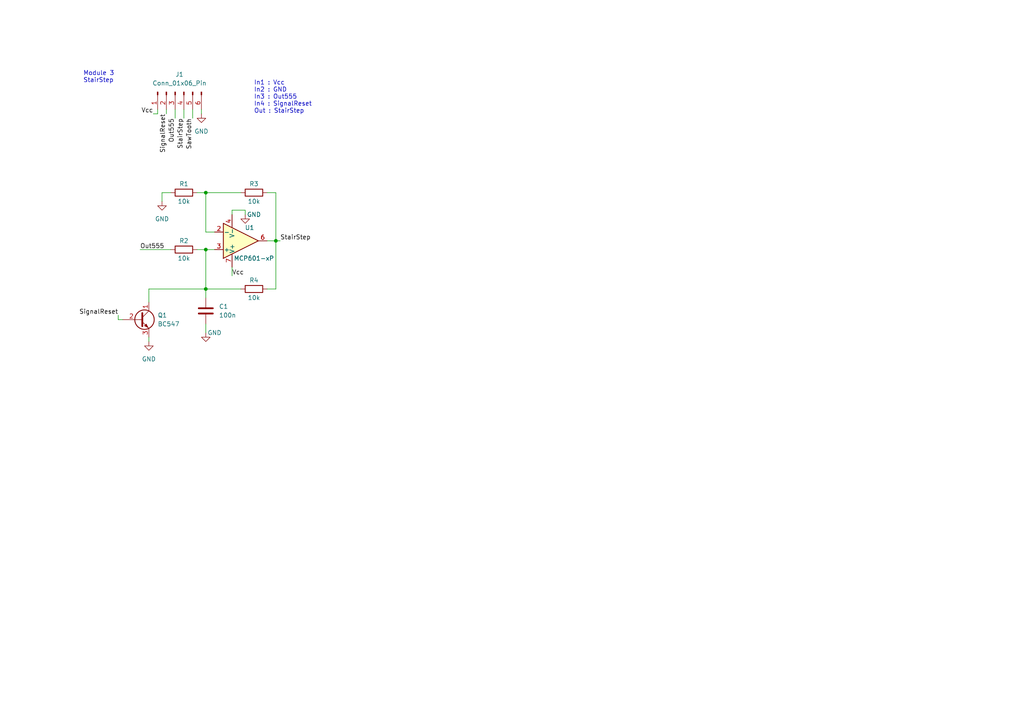
<source format=kicad_sch>
(kicad_sch (version 20230121) (generator eeschema)
  (paper "A4")
  (lib_symbols
    (symbol "Amplifier_Operational:MCP601-xP" (pin_names (offset 0.127))
      (property "Reference" "U" (at 0 6.35 0))
      (property "Value" "MCP601-xP" (at 0 3.81 0))
      (symbol "MCP601-xP_0_1"
        (polyline (pts (xy -5.08 5.08) (xy 5.08 0) (xy -5.08 -5.08) (xy -5.08 5.08)) (stroke (width 0.254)) (fill (type background)))
      )
      (symbol "MCP601-xP_1_1"
        (pin no_connect line (at -5.08 -2.54 90) (length 2.54) hide (name "NC") (number "1"))
        (pin input line (at -7.62 -2.54 0) (length 2.54) (name "-") (number "2"))
        (pin input line (at -7.62 2.54 0) (length 2.54) (name "+") (number "3"))
        (pin power_in line (at -2.54 -7.62 90) (length 3.81) (name "V-") (number "4"))
        (pin no_connect line (at -2.54 -2.54 90) (length 2.54) hide (name "NC") (number "5"))
        (pin output line (at 7.62 0 180) (length 2.54) (name "~") (number "6"))
        (pin power_in line (at -2.54 7.62 270) (length 3.81) (name "V+") (number "7"))
        (pin no_connect line (at 0 -2.54 90) (length 2.54) hide (name "NC") (number "8"))
      )
    )
    (symbol "Connector:Conn_01x06_Pin" (pin_names (offset 1.016) hide)
      (property "Reference" "J" (at 0 7.62 0))
      (property "Value" "Conn_01x06_Pin" (at 0 -10.16 0))
      (symbol "Conn_01x06_Pin_1_1"
        (polyline (pts (xy 1.27 -7.62) (xy 0.8636 -7.62)) (stroke (width 0.1524)))
        (polyline (pts (xy 1.27 -5.08) (xy 0.8636 -5.08)) (stroke (width 0.1524)))
        (polyline (pts (xy 1.27 -2.54) (xy 0.8636 -2.54)) (stroke (width 0.1524)))
        (polyline (pts (xy 1.27 0) (xy 0.8636 0)) (stroke (width 0.1524)))
        (polyline (pts (xy 1.27 2.54) (xy 0.8636 2.54)) (stroke (width 0.1524)))
        (polyline (pts (xy 1.27 5.08) (xy 0.8636 5.08)) (stroke (width 0.1524)))
        (rectangle (start 0.8636 -7.493) (end 0 -7.747) (stroke (width 0.1524)) (fill (type outline)))
        (rectangle (start 0.8636 -4.953) (end 0 -5.207) (stroke (width 0.1524)) (fill (type outline)))
        (rectangle (start 0.8636 -2.413) (end 0 -2.667) (stroke (width 0.1524)) (fill (type outline)))
        (rectangle (start 0.8636 0.127) (end 0 -0.127) (stroke (width 0.1524)) (fill (type outline)))
        (rectangle (start 0.8636 2.667) (end 0 2.413) (stroke (width 0.1524)) (fill (type outline)))
        (rectangle (start 0.8636 5.207) (end 0 4.953) (stroke (width 0.1524)) (fill (type outline)))
        (pin passive line (at 5.08 5.08 180) (length 3.81) (name "Pin_1") (number "1"))
        (pin passive line (at 5.08 2.54 180) (length 3.81) (name "Pin_2") (number "2"))
        (pin passive line (at 5.08 0 180) (length 3.81) (name "Pin_3") (number "3"))
        (pin passive line (at 5.08 -2.54 180) (length 3.81) (name "Pin_4") (number "4"))
        (pin passive line (at 5.08 -5.08 180) (length 3.81) (name "Pin_5") (number "5"))
        (pin passive line (at 5.08 -7.62 180) (length 3.81) (name "Pin_6") (number "6"))
      )
    )
    (symbol "Device:C" (pin_numbers hide) (pin_names (offset 0.254))
      (property "Reference" "C" (at 0.635 2.54 0))
      (property "Value" "C" (at 0.635 -2.54 0))
      (symbol "C_0_1"
        (polyline (pts (xy -2.032 -0.762) (xy 2.032 -0.762)) (stroke (width 0.508)))
        (polyline (pts (xy -2.032 0.762) (xy 2.032 0.762)) (stroke (width 0.508)))
      )
      (symbol "C_1_1"
        (pin passive line (at 0 3.81 270) (length 2.794) (name "~") (number "1"))
        (pin passive line (at 0 -3.81 90) (length 2.794) (name "~") (number "2"))
      )
    )
    (symbol "Device:R" (pin_numbers hide) (pin_names (offset 0))
      (property "Reference" "R" (at 2.032 0 90))
      (property "Value" "R" (at 0 0 90))
      (symbol "R_0_1"
        (rectangle (start -1.016 -2.54) (end 1.016 2.54) (stroke (width 0.254)))
      )
      (symbol "R_1_1"
        (pin passive line (at 0 3.81 270) (length 1.27) (name "~") (number "1"))
        (pin passive line (at 0 -3.81 90) (length 1.27) (name "~") (number "2"))
      )
    )
    (symbol "Transistor_BJT:BC547" (pin_names (offset 0) hide)
      (property "Reference" "Q" (at 5.08 1.905 0))
      (property "Value" "BC547" (at 5.08 0 0))
      (symbol "BC547_0_1"
        (polyline (pts (xy 0 0) (xy 0.635 0)))
        (polyline (pts (xy 0.635 0.635) (xy 2.54 2.54)))
        (polyline (pts (xy 0.635 -0.635) (xy 2.54 -2.54) (xy 2.54 -2.54)))
        (polyline (pts (xy 0.635 1.905) (xy 0.635 -1.905) (xy 0.635 -1.905)) (stroke (width 0.508)))
        (polyline (pts (xy 1.27 -1.778) (xy 1.778 -1.27) (xy 2.286 -2.286) (xy 1.27 -1.778) (xy 1.27 -1.778)) (fill (type outline)))
        (circle (center 1.27 0) (radius 2.8194) (stroke (width 0.254)))
      )
      (symbol "BC547_1_1"
        (pin passive line (at 2.54 5.08 270) (length 2.54) (name "C") (number "1"))
        (pin input line (at -5.08 0 0) (length 5.08) (name "B") (number "2"))
        (pin passive line (at 2.54 -5.08 90) (length 2.54) (name "E") (number "3"))
      )
    )
    (symbol "power:GND" (power) (pin_names (offset 0))
      (property "Value" "GND" (at 0 -3.81 0))
      (symbol "GND_0_1"
        (polyline (pts (xy 0 0) (xy 0 -1.27) (xy 1.27 -1.27) (xy 0 -2.54) (xy -1.27 -1.27) (xy 0 -1.27)))
      )
      (symbol "GND_1_1"
        (pin power_in line (at 0 0 270) (length 0) hide (name "GND") (number "1"))
      )
    )
  )
  (junction (at 59.69 55.88))
  (junction (at 59.69 72.39))
  (junction (at 59.69 83.82))
  (junction (at 80.01 69.85))
  (wire (pts (xy 77.47 69.85) (xy 80.01 69.85)))
  (wire (pts (xy 43.18 83.82) (xy 43.18 87.63)))
  (wire (pts (xy 43.18 97.79) (xy 43.18 99.06)))
  (wire (pts (xy 59.69 55.88) (xy 59.69 67.31)))
  (wire (pts (xy 55.88 31.75) (xy 55.88 34.29)))
  (wire (pts (xy 45.72 33.02) (xy 44.45 33.02)))
  (wire (pts (xy 67.31 77.47) (xy 67.31 80.01)))
  (wire (pts (xy 59.69 55.88) (xy 69.85 55.88)))
  (wire (pts (xy 48.26 31.75) (xy 48.26 33.02)))
  (wire (pts (xy 59.69 93.98) (xy 59.69 96.52)))
  (wire (pts (xy 80.01 69.85) (xy 81.28 69.85)))
  (wire (pts (xy 45.72 31.75) (xy 45.72 33.02)))
  (wire (pts (xy 59.69 72.39) (xy 59.69 83.82)))
  (wire (pts (xy 77.47 55.88) (xy 80.01 55.88)))
  (wire (pts (xy 49.53 55.88) (xy 46.99 55.88)))
  (wire (pts (xy 62.23 67.31) (xy 59.69 67.31)))
  (wire (pts (xy 57.15 55.88) (xy 59.69 55.88)))
  (wire (pts (xy 34.29 92.71) (xy 35.56 92.71)))
  (wire (pts (xy 40.64 72.39) (xy 49.53 72.39)))
  (wire (pts (xy 59.69 83.82) (xy 59.69 86.36)))
  (wire (pts (xy 59.69 72.39) (xy 62.23 72.39)))
  (wire (pts (xy 77.47 83.82) (xy 80.01 83.82)))
  (wire (pts (xy 57.15 72.39) (xy 59.69 72.39)))
  (wire (pts (xy 50.8 31.75) (xy 50.8 34.29)))
  (wire (pts (xy 71.12 60.96) (xy 71.12 62.23)))
  (wire (pts (xy 67.31 62.23) (xy 67.31 60.96)))
  (wire (pts (xy 58.42 31.75) (xy 58.42 33.02)))
  (wire (pts (xy 46.99 55.88) (xy 46.99 58.42)))
  (wire (pts (xy 67.31 60.96) (xy 71.12 60.96)))
  (wire (pts (xy 43.18 83.82) (xy 59.69 83.82)))
  (wire (pts (xy 69.85 83.82) (xy 59.69 83.82)))
  (wire (pts (xy 34.29 91.44) (xy 34.29 92.71)))
  (wire (pts (xy 80.01 69.85) (xy 80.01 83.82)))
  (wire (pts (xy 80.01 55.88) (xy 80.01 69.85)))
  (wire (pts (xy 53.34 31.75) (xy 53.34 34.29)))
  (text "Module 3\nStairStep" (at 24.13 24.13 0) (effects (font (size 1.27 1.27)) (justify left bottom)))
  (text "In1 : Vcc\nIn2 : GND\nIn3 : Out555\nIn4 : SignalReset\nOut : StairStep" (at 73.66 33.02 0) (effects (font (size 1.27 1.27)) (justify left bottom)))
  (label "SignalReset" (at 48.26 33.02 270))
  (label "Out555" (at 40.64 72.39 0))
  (label "StairStep" (at 81.28 69.85 0))
  (label "SignalReset" (at 34.29 91.44 180))
  (label "Vcc" (at 44.45 33.02 180))
  (label "Out555" (at 50.8 34.29 270))
  (label "Vcc" (at 67.31 80.01 0))
  (label "SawTooth" (at 55.88 34.29 270))
  (label "StairStep" (at 53.34 34.29 270))
  (symbol (lib_id "power:GND") (at 43.18 99.06 0) (unit 1)
    (property "Reference" "#PWR01" (effects hide))
    (property "Value" "GND" (at 43.18 104.14 0))
  )
  (symbol (lib_id "Amplifier_Operational:MCP601-xP") (at 69.85 69.85 0) (mirror x) (unit 1)
    (property "Reference" "U1" (at 72.39 66.04 0))
    (property "Value" "MCP601-xP" (at 73.66 74.93 0))
    (property "Footprint" "Package_DIP:DIP-8_W7.62mm" (effects hide))
    (property "Datasheet" "http://ww1.microchip.com/downloads/en/DeviceDoc/21314g.pdf" (effects hide))
  )
  (symbol (lib_id "Device:C") (at 59.69 90.17 0) (unit 1)
    (property "Reference" "C1" (at 63.5 88.9 0) (effects (justify left)))
    (property "Value" "100n" (at 63.5 91.44 0) (effects (justify left)))
    (property "Footprint" "Capacitor_THT:C_Disc_D7.5mm_W2.5mm_P5.00mm" (effects hide))
  )
  (symbol (lib_id "power:GND") (at 58.42 33.02 0) (unit 1)
    (property "Reference" "#PWR03" (effects hide))
    (property "Value" "GND" (at 58.42 38.1 0))
  )
  (symbol (lib_id "Device:R") (at 53.34 55.88 270) (unit 1)
    (property "Reference" "R1" (at 53.34 53.34 90))
    (property "Value" "10k" (at 53.34 58.42 90))
    (property "Footprint" "Resistor_THT:R_Axial_DIN0411_L9.9mm_D3.6mm_P15.24mm_Horizontal" (effects hide))
  )
  (symbol (lib_id "Transistor_BJT:BC547") (at 40.64 92.71 0) (unit 1)
    (property "Reference" "Q1" (at 45.72 91.44 0) (effects (justify left)))
    (property "Value" "BC547" (at 45.72 93.98 0) (effects (justify left)))
    (property "Footprint" "Package_TO_SOT_THT:TO-92_Inline" (effects hide))
    (property "Datasheet" "https://www.onsemi.com/pub/Collateral/BC550-D.pdf" (effects hide))
  )
  (symbol (lib_id "Device:R") (at 53.34 72.39 270) (unit 1)
    (property "Reference" "R2" (at 53.34 69.85 90))
    (property "Value" "10k" (at 53.34 74.93 90))
    (property "Footprint" "Resistor_THT:R_Axial_DIN0411_L9.9mm_D3.6mm_P15.24mm_Horizontal" (effects hide))
  )
  (symbol (lib_id "power:GND") (at 71.12 62.23 0) (unit 1)
    (property "Reference" "#PWR05" (effects hide))
    (property "Value" "GND" (at 73.66 62.23 0))
  )
  (symbol (lib_id "Connector:Conn_01x06_Pin") (at 50.8 26.67 90) (mirror x) (unit 1)
    (property "Reference" "J1" (at 52.07 21.59 90))
    (property "Value" "Conn_01x06_Pin" (at 52.07 24.13 90))
    (property "Footprint" "Connector_PinHeader_2.54mm:PinHeader_1x06_P2.54mm_Horizontal" (effects hide))
  )
  (symbol (lib_id "power:GND") (at 59.69 96.52 0) (unit 1)
    (property "Reference" "#PWR04" (effects hide))
    (property "Value" "GND" (at 62.23 96.52 0))
  )
  (symbol (lib_id "Device:R") (at 73.66 55.88 270) (unit 1)
    (property "Reference" "R3" (at 73.66 53.34 90))
    (property "Value" "10k" (at 73.66 58.42 90))
    (property "Footprint" "Resistor_THT:R_Axial_DIN0411_L9.9mm_D3.6mm_P15.24mm_Horizontal" (effects hide))
  )
  (symbol (lib_id "Device:R") (at 73.66 83.82 270) (unit 1)
    (property "Reference" "R4" (at 73.66 81.28 90))
    (property "Value" "10k" (at 73.66 86.36 90))
    (property "Footprint" "Resistor_THT:R_Axial_DIN0411_L9.9mm_D3.6mm_P15.24mm_Horizontal" (effects hide))
  )
  (symbol (lib_id "power:GND") (at 46.99 58.42 0) (unit 1)
    (property "Reference" "#PWR02" (effects hide))
    (property "Value" "GND" (at 46.99 63.5 0))
  )
)
</source>
